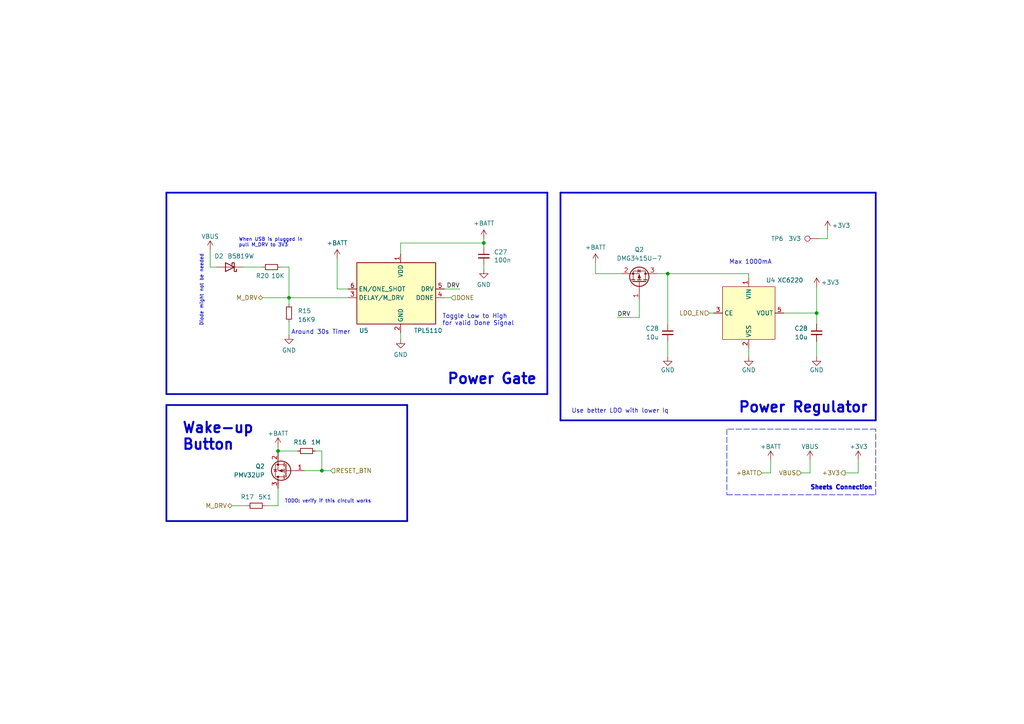
<source format=kicad_sch>
(kicad_sch (version 20230121) (generator eeschema)
  (paper "A4")
  (lib_symbols
    (symbol "Connector:TestPoint" (pin_numbers hide) (pin_names (offset 0.762) hide)
      (property "Reference" "TP" (at 0 6.858 0))
      (property "Value" "TestPoint" (at 0 5.08 0))
      (symbol "TestPoint_0_1"
        (circle (center 0 3.302) (radius 0.762))
      )
      (symbol "TestPoint_1_1"
        (pin passive line (at 0 0 90) (length 2.54) (name "1") (number "1"))
      )
    )
    (symbol "Device:C_Small" (pin_numbers hide) (pin_names (offset 0.254) hide)
      (property "Reference" "C" (at 0.254 1.778 0))
      (property "Value" "C_Small" (at 0.254 -2.032 0))
      (symbol "C_Small_0_1"
        (polyline (pts (xy -1.524 -0.508) (xy 1.524 -0.508)) (stroke (width 0.3302)))
        (polyline (pts (xy -1.524 0.508) (xy 1.524 0.508)) (stroke (width 0.3048)))
      )
      (symbol "C_Small_1_1"
        (pin passive line (at 0 2.54 270) (length 2.032) (name "~") (number "1"))
        (pin passive line (at 0 -2.54 90) (length 2.032) (name "~") (number "2"))
      )
    )
    (symbol "Device:Q_PMOS_GSD" (pin_names (offset 0) hide)
      (property "Reference" "Q" (at 5.08 1.27 0))
      (property "Value" "Q_PMOS_GSD" (at 5.08 -1.27 0))
      (symbol "Q_PMOS_GSD_0_1"
        (polyline (pts (xy 0.254 0) (xy -2.54 0)))
        (polyline (pts (xy 0.254 1.905) (xy 0.254 -1.905)) (stroke (width 0.254)))
        (polyline (pts (xy 0.762 -1.27) (xy 0.762 -2.286)) (stroke (width 0.254)))
        (polyline (pts (xy 0.762 0.508) (xy 0.762 -0.508)) (stroke (width 0.254)))
        (polyline (pts (xy 0.762 2.286) (xy 0.762 1.27)) (stroke (width 0.254)))
        (polyline (pts (xy 2.54 2.54) (xy 2.54 1.778)))
        (polyline (pts (xy 2.54 -2.54) (xy 2.54 0) (xy 0.762 0)))
        (polyline (pts (xy 0.762 1.778) (xy 3.302 1.778) (xy 3.302 -1.778) (xy 0.762 -1.778)))
        (polyline (pts (xy 2.286 0) (xy 1.27 0.381) (xy 1.27 -0.381) (xy 2.286 0)) (fill (type outline)))
        (polyline (pts (xy 2.794 -0.508) (xy 2.921 -0.381) (xy 3.683 -0.381) (xy 3.81 -0.254)))
        (polyline (pts (xy 3.302 -0.381) (xy 2.921 0.254) (xy 3.683 0.254) (xy 3.302 -0.381)))
        (circle (center 1.651 0) (radius 2.794) (stroke (width 0.254)))
        (circle (center 2.54 -1.778) (radius 0.254) (fill (type outline)))
        (circle (center 2.54 1.778) (radius 0.254) (fill (type outline)))
      )
      (symbol "Q_PMOS_GSD_1_1"
        (pin input line (at -5.08 0 0) (length 2.54) (name "G") (number "1"))
        (pin passive line (at 2.54 -5.08 90) (length 2.54) (name "S") (number "2"))
        (pin passive line (at 2.54 5.08 270) (length 2.54) (name "D") (number "3"))
      )
    )
    (symbol "Device:R_Small" (pin_numbers hide) (pin_names (offset 0.254) hide)
      (property "Reference" "R" (at 0.762 0.508 0))
      (property "Value" "R_Small" (at 0.762 -1.016 0))
      (symbol "R_Small_0_1"
        (rectangle (start -0.762 1.778) (end 0.762 -1.778) (stroke (width 0.2032)))
      )
      (symbol "R_Small_1_1"
        (pin passive line (at 0 2.54 270) (length 0.762) (name "~") (number "1"))
        (pin passive line (at 0 -2.54 90) (length 0.762) (name "~") (number "2"))
      )
    )
    (symbol "Diode:MBR0540" (pin_numbers hide) (pin_names (offset 1.016) hide)
      (property "Reference" "D" (at 0 2.54 0))
      (property "Value" "MBR0540" (at 0 -2.54 0))
      (symbol "MBR0540_0_1"
        (polyline (pts (xy 1.27 0) (xy -1.27 0)))
        (polyline (pts (xy 1.27 1.27) (xy 1.27 -1.27) (xy -1.27 0) (xy 1.27 1.27)) (stroke (width 0.254)))
        (polyline (pts (xy -1.905 0.635) (xy -1.905 1.27) (xy -1.27 1.27) (xy -1.27 -1.27) (xy -0.635 -1.27) (xy -0.635 -0.635)) (stroke (width 0.254)))
      )
      (symbol "MBR0540_1_1"
        (pin passive line (at -3.81 0 0) (length 2.54) (name "K") (number "1"))
        (pin passive line (at 3.81 0 180) (length 2.54) (name "A") (number "2"))
      )
    )
    (symbol "Teapot:XC6220"
      (property "Reference" "U" (at 7.62 1.27 0))
      (property "Value" "XC6220" (at -8.89 1.27 0))
      (symbol "XC6220_0_1"
        (rectangle (start -7.62 0) (end 7.62 -15.24) (fill (type background)))
      )
      (symbol "XC6220_1_1"
        (pin power_in line (at 0 2.54 270) (length 2.54) (name "VIN") (number "1"))
        (pin power_in line (at 0 -17.78 90) (length 2.54) (name "VSS") (number "2"))
        (pin input line (at -10.16 -7.62 0) (length 2.54) (name "CE") (number "3"))
        (pin power_out line (at 10.16 -7.62 180) (length 2.54) (name "VOUT") (number "5"))
      )
    )
    (symbol "Timer:TPL5110"
      (property "Reference" "U" (at -10.16 8.89 0))
      (property "Value" "TPL5110" (at 6.35 8.89 0))
      (symbol "TPL5110_0_1"
        (rectangle (start -12.7 7.62) (end 10.16 -10.16) (stroke (width 0.254)) (fill (type background)))
      )
      (symbol "TPL5110_1_1"
        (pin power_in line (at 0 10.16 270) (length 2.54) (name "VDD") (number "1"))
        (pin power_in line (at 0 -12.7 90) (length 2.54) (name "GND") (number "2"))
        (pin input line (at -15.24 -2.54 0) (length 2.54) (name "DELAY/M_DRV") (number "3"))
        (pin input line (at 12.7 -2.54 180) (length 2.54) (name "DONE") (number "4"))
        (pin output line (at 12.7 0 180) (length 2.54) (name "DRV") (number "5"))
        (pin input line (at -15.24 0 0) (length 2.54) (name "EN/ONE_SHOT") (number "6"))
      )
    )
    (symbol "power:+3V3" (power) (pin_names (offset 0))
      (property "Value" "+3V3" (at 0 3.556 0))
      (symbol "+3V3_0_1"
        (polyline (pts (xy -0.762 1.27) (xy 0 2.54)))
        (polyline (pts (xy 0 0) (xy 0 2.54)))
        (polyline (pts (xy 0 2.54) (xy 0.762 1.27)))
      )
      (symbol "+3V3_1_1"
        (pin power_in line (at 0 0 90) (length 0) hide (name "+3V3") (number "1"))
      )
    )
    (symbol "power:+BATT" (power) (pin_names (offset 0))
      (property "Value" "+BATT" (at 0 3.556 0))
      (symbol "+BATT_0_1"
        (polyline (pts (xy -0.762 1.27) (xy 0 2.54)))
        (polyline (pts (xy 0 0) (xy 0 2.54)))
        (polyline (pts (xy 0 2.54) (xy 0.762 1.27)))
      )
      (symbol "+BATT_1_1"
        (pin power_in line (at 0 0 90) (length 0) hide (name "+BATT") (number "1"))
      )
    )
    (symbol "power:GND" (power) (pin_names (offset 0))
      (property "Value" "GND" (at 0 -3.81 0))
      (symbol "GND_0_1"
        (polyline (pts (xy 0 0) (xy 0 -1.27) (xy 1.27 -1.27) (xy 0 -2.54) (xy -1.27 -1.27) (xy 0 -1.27)))
      )
      (symbol "GND_1_1"
        (pin power_in line (at 0 0 270) (length 0) hide (name "GND") (number "1"))
      )
    )
    (symbol "power:VBUS" (power) (pin_names (offset 0))
      (property "Value" "VBUS" (at 0 3.81 0))
      (symbol "VBUS_0_1"
        (polyline (pts (xy -0.762 1.27) (xy 0 2.54)))
        (polyline (pts (xy 0 0) (xy 0 2.54)))
        (polyline (pts (xy 0 2.54) (xy 0.762 1.27)))
      )
      (symbol "VBUS_1_1"
        (pin power_in line (at 0 0 90) (length 0) hide (name "VBUS") (number "1"))
      )
    )
  )
  (junction (at 193.675 79.375))
  (junction (at 140.335 70.485))
  (junction (at 80.645 130.81))
  (junction (at 93.345 136.525))
  (junction (at 236.855 90.805))
  (junction (at 83.82 86.36))
  (polyline (pts (xy 48.26 55.88) (xy 48.26 114.3)) (stroke (width 0.5)))
  (wire (pts (xy 236.855 90.805) (xy 236.855 93.98)))
  (wire (pts (xy 193.675 79.375) (xy 217.17 79.375)))
  (polyline (pts (xy 48.26 117.475) (xy 48.26 151.13)) (stroke (width 0.5)))
  (wire (pts (xy 116.205 70.485) (xy 116.205 73.66)))
  (wire (pts (xy 81.28 77.47) (xy 83.82 77.47)))
  (wire (pts (xy 172.72 79.375) (xy 180.34 79.375)))
  (wire (pts (xy 140.335 70.485) (xy 140.335 71.755)))
  (wire (pts (xy 88.265 136.525) (xy 93.345 136.525)))
  (wire (pts (xy 248.92 133.35) (xy 248.92 137.16)))
  (wire (pts (xy 83.82 77.47) (xy 83.82 86.36)))
  (wire (pts (xy 140.335 69.215) (xy 140.335 70.485)))
  (wire (pts (xy 80.645 146.685) (xy 80.645 141.605)))
  (wire (pts (xy 83.82 86.36) (xy 100.965 86.36)))
  (wire (pts (xy 234.95 133.35) (xy 234.95 137.16)))
  (wire (pts (xy 93.345 130.81) (xy 93.345 136.525)))
  (wire (pts (xy 248.92 137.16) (xy 245.11 137.16)))
  (wire (pts (xy 193.675 79.375) (xy 193.675 93.98)))
  (wire (pts (xy 236.855 99.06) (xy 236.855 103.505)))
  (polyline (pts (xy 162.56 55.88) (xy 162.56 121.92)) (stroke (width 0.5)))
  (polyline (pts (xy 48.26 151.13) (xy 118.11 151.13)) (stroke (width 0.5)))
  (wire (pts (xy 185.42 86.995) (xy 185.42 92.075)))
  (wire (pts (xy 240.03 69.215) (xy 240.03 66.675)))
  (wire (pts (xy 128.905 86.36) (xy 130.81 86.36)))
  (polyline (pts (xy 158.75 114.3) (xy 158.75 55.88)) (stroke (width 0.5)))
  (wire (pts (xy 62.865 77.47) (xy 60.96 77.47)))
  (wire (pts (xy 93.345 136.525) (xy 95.885 136.525)))
  (wire (pts (xy 234.95 137.16) (xy 232.41 137.16)))
  (wire (pts (xy 172.72 76.2) (xy 172.72 79.375)))
  (wire (pts (xy 97.79 74.93) (xy 97.79 83.82)))
  (wire (pts (xy 70.485 77.47) (xy 76.2 77.47)))
  (polyline (pts (xy 48.26 55.88) (xy 158.75 55.88)) (stroke (width 0.5)))
  (wire (pts (xy 190.5 79.375) (xy 193.675 79.375)))
  (wire (pts (xy 217.17 100.965) (xy 217.17 103.505)))
  (wire (pts (xy 91.44 130.81) (xy 93.345 130.81)))
  (wire (pts (xy 227.33 90.805) (xy 236.855 90.805)))
  (wire (pts (xy 179.07 92.075) (xy 185.42 92.075)))
  (wire (pts (xy 83.82 86.36) (xy 83.82 88.265)))
  (wire (pts (xy 140.335 70.485) (xy 116.205 70.485)))
  (wire (pts (xy 80.645 130.81) (xy 80.645 131.445)))
  (wire (pts (xy 236.855 83.185) (xy 236.855 90.805)))
  (wire (pts (xy 223.52 133.35) (xy 223.52 137.16)))
  (wire (pts (xy 60.96 72.39) (xy 60.96 77.47)))
  (polyline (pts (xy 162.56 55.88) (xy 254 55.88)) (stroke (width 0.5)))
  (wire (pts (xy 83.82 93.345) (xy 83.82 97.155)))
  (wire (pts (xy 80.645 130.81) (xy 86.36 130.81)))
  (wire (pts (xy 97.79 83.82) (xy 100.965 83.82)))
  (polyline (pts (xy 254 143.51) (xy 254 124.46)) (stroke (width 0) (type dash)))
  (wire (pts (xy 237.49 69.215) (xy 240.03 69.215)))
  (wire (pts (xy 116.205 96.52) (xy 116.205 98.425)))
  (wire (pts (xy 76.2 86.36) (xy 83.82 86.36)))
  (polyline (pts (xy 254 121.92) (xy 162.56 121.92)) (stroke (width 0.5)))
  (wire (pts (xy 223.52 137.16) (xy 220.98 137.16)))
  (wire (pts (xy 80.645 129.54) (xy 80.645 130.81)))
  (wire (pts (xy 140.335 76.835) (xy 140.335 78.105)))
  (polyline (pts (xy 48.26 117.475) (xy 118.11 117.475)) (stroke (width 0.5)))
  (polyline (pts (xy 118.11 151.13) (xy 118.11 117.475)) (stroke (width 0.5)))
  (polyline (pts (xy 254 124.46) (xy 210.82 124.46)) (stroke (width 0) (type dash)))
  (polyline (pts (xy 48.26 114.3) (xy 158.75 114.3)) (stroke (width 0.5)))
  (wire (pts (xy 76.835 146.685) (xy 80.645 146.685)))
  (wire (pts (xy 205.74 90.805) (xy 207.01 90.805)))
  (wire (pts (xy 217.17 79.375) (xy 217.17 80.645)))
  (polyline (pts (xy 210.82 143.51) (xy 254 143.51)) (stroke (width 0) (type dash)))
  (polyline (pts (xy 210.82 124.46) (xy 210.82 143.51)) (stroke (width 0) (type dash)))
  (wire (pts (xy 67.31 146.685) (xy 71.755 146.685)))
  (polyline (pts (xy 254 55.88) (xy 254 121.92)) (stroke (width 0.5)))
  (wire (pts (xy 193.675 99.06) (xy 193.675 103.505)))
  (wire (pts (xy 128.905 83.82) (xy 133.35 83.82)))
  (text "Use better LDO with lower Iq" (at 165.735 120.015 0) (effects (font (size 1.27 1.27)) (justify left bottom)))
  (text "When USB is plugged in\npull M_DRV to 3V3" (at 69.215 71.755 0) (effects (font (size 1 1)) (justify left bottom)))
  (text "Max 1000mA" (at 211.455 76.835 0) (effects (font (size 1.27 1.27)) (justify left bottom)))
  (text "Around 30s Timer" (at 84.455 97.155 0) (effects (font (size 1.27 1.27)) (justify left bottom)))
  (text "Wake-up\nButton" (at 52.705 130.81 0) (effects (font (size 3 3) (thickness 0.6) bold) (justify left bottom)))
  (text "Power Gate" (at 129.54 111.76 0) (effects (font (size 3 3) (thickness 0.6) bold) (justify left bottom)))
  (text "Sheets Connection" (at 234.95 142.24 0) (effects (font (size 1.27 1.27) (thickness 0.6) bold) (justify left bottom)))
  (text "Power Regulator" (at 213.995 120.015 0) (effects (font (size 3 3) (thickness 0.6) bold) (justify left bottom)))
  (text "TODO: verify if this circuit works" (at 82.55 146.05 0) (effects (font (size 1 1)) (justify left bottom)))
  (text "Diode might not be needed" (at 59.055 73.66 90) (effects (font (size 1 1)) (justify right bottom)))
  (text "Toggle Low to High \nfor valid Done Signal" (at 128.27 94.615 0) (effects (font (size 1.27 1.27)) (justify left bottom)))
  (label "DRV" (at 179.07 92.075 0))
  (label "DRV" (at 133.35 83.82 180))
  (hierarchical_label "RESET_BTN" (shape input) (at 95.885 136.525 0))
  (hierarchical_label "M_DRV" (shape bidirectional) (at 67.31 146.685 180))
  (hierarchical_label "DONE" (shape input) (at 130.81 86.36 0))
  (hierarchical_label "+3V3" (shape output) (at 245.11 137.16 180))
  (hierarchical_label "LDO_EN" (shape input) (at 205.74 90.805 180))
  (hierarchical_label "M_DRV" (shape bidirectional) (at 76.2 86.36 180))
  (hierarchical_label "+BATT" (shape input) (at 220.98 137.16 180))
  (hierarchical_label "VBUS" (shape input) (at 232.41 137.16 180))
  (symbol (lib_id "power:GND") (at 193.675 103.505 0) (unit 1)
    (property "Reference" "#PWR045" (effects hide))
    (property "Value" "GND" (at 193.675 107.315 0))
    (instances (project "plantpal" (path "" (reference "#PWR045") (unit 1)) (path "" (reference "#PWR069") (unit 1))) (project "bwlr1e" (path "" (reference "#PWR0117") (unit 1))))
  )
  (symbol (lib_id "power:+BATT") (at 223.52 133.35 0) (unit 1)
    (property "Reference" "#PWR070" (effects hide))
    (property "Value" "+BATT" (at 223.52 129.54 0))
    (instances (project "plantpal" (path "" (reference "#PWR070") (unit 1)) (path "" (reference "#PWR019") (unit 1)) (path "" (reference "#PWR060") (unit 1))) (project "bwlr1e-prog" (path "" (reference "#PWR018") (unit 1))) (project "feather_rak3172" (path "" (reference "#PWR0131") (unit 1))))
  )
  (symbol (lib_id "power:+3V3") (at 240.03 66.675 0) (mirror y) (unit 1)
    (property "Reference" "#PWR049" (effects hide))
    (property "Value" "+3V3" (at 241.3 65.405 0) (effects (justify right)))
    (instances (project "plantpal" (path "" (reference "#PWR049") (unit 1)) (path "" (reference "#PWR073") (unit 1))) (project "bwlr1e" (path "" (reference "#PWR0134") (unit 1))))
  )
  (symbol (lib_id "power:VBUS") (at 234.95 133.35 0) (unit 1)
    (property "Reference" "#PWR073" (effects hide))
    (property "Value" "VBUS" (at 234.95 129.54 0))
    (instances (project "plantpal" (path "" (reference "#PWR073") (unit 1)) (path "" (reference "#PWR061") (unit 1))) (project "bwlr1e-prog" (path "" (reference "#PWR014") (unit 1))) (project "Penguino-STM32WL-LoRa-E5" (path "" (reference "#PWR0105") (unit 1))))
  )
  (symbol (lib_id "Device:R_Small") (at 83.82 90.805 0) (unit 1)
    (property "Reference" "R15" (at 86.36 90.17 0) (effects (justify left)))
    (property "Value" "16K9" (at 86.36 92.71 0) (effects (justify left)))
    (property "Footprint" "Resistor_SMD:R_0402_1005Metric" (effects hide))
    (property "Datasheet" "https://datasheet.lcsc.com/lcsc/2304140030_YAGEO-RC0402FR-0716K9L_C163488.pdf" (effects hide))
    (property "Part Description" "Resistor 62.5mW ±1% 16.9kΩ" (effects hide))
    (property "Manufacturer" "YAGEO" (effects hide))
    (property "Manufacturer Part Number" "RC0402FR-0716K9L" (effects hide))
    (property "Distributor" "LCSC" (effects hide))
    (property "Distributor Part Number" "C163488" (effects hide))
    (property "Distributor Link" "https://www.lcsc.com/product-detail/Chip-span-style-background-color-ff0-Resistor-span-Surface-Mount_YAGEO-RC0402FR-0716K9L_C163488.html" (effects hide))
    (instances (project "plantpal" (path "" (reference "R15") (unit 1)) (path "" (reference "R15") (unit 1))) (project "cwlr1a" (path "" (reference "R10") (unit 1))))
  )
  (symbol (lib_id "Device:R_Small") (at 78.74 77.47 90) (mirror x) (unit 1)
    (property "Reference" "R20" (at 78.105 80.01 90) (effects (justify left)))
    (property "Value" "10K" (at 82.55 80.01 90) (effects (justify left)))
    (property "Footprint" "Resistor_SMD:R_0402_1005Metric" (effects hide))
    (property "Datasheet" "https://datasheet.lcsc.com/lcsc/2206010100_UNI-ROYAL-Uniroyal-Elec-0402WGF1002TCE_C25744.pdf" (effects hide))
    (property "Part Description" "Resistor 62.5mW ±1% 10kΩ" (effects hide))
    (property "Manufacturer" "UNI-ROYAL(Uniroyal Elec)" (effects hide))
    (property "Manufacturer Part Number" "0402WGF1002TCE" (effects hide))
    (property "Distributor" "LCSC" (effects hide))
    (property "Distributor Part Number" "C25744" (effects hide))
    (property "Distributor Link" "https://www.lcsc.com/product-detail/Chip-span-style-background-color-ff0-Resistor-span-Surface-Mount_UNI-ROYAL-Uniroyal-Elec-0402WGF1002TCE_C25744.html" (effects hide))
    (instances (project "plantpal" (path "" (reference "R20") (unit 1)) (path "" (reference "R14") (unit 1))) (project "cwlr1a" (path "" (reference "R10") (unit 1))))
  )
  (symbol (lib_id "Device:Q_PMOS_GSD") (at 83.185 136.525 180) (unit 1)
    (property "Reference" "Q2" (at 76.835 135.2549 0) (effects (justify left)))
    (property "Value" "PMV32UP" (at 76.835 137.7949 0) (effects (justify left)))
    (property "Footprint" "Package_TO_SOT_SMD:SOT-23" (effects hide))
    (property "Datasheet" "https://datasheet.lcsc.com/lcsc/2201211500_TECH-PUBLIC-PMV32UP_C2959851.pdf" (effects hide))
    (property "Part Description" "MOSFET P Channel 20V 4A 52mΩ@4.5V" (effects hide))
    (property "Manufacturer" "TECH PUBLIC" (effects hide))
    (property "Manufacturer Part Number" "PMV32UP" (effects hide))
    (property "Distributor" "LCSC" (effects hide))
    (property "Distributor Part Number" "C2959851" (effects hide))
    (property "Distributor Link" "https://www.lcsc.com/product-detail/MOSFETs_TECH-PUBLIC-PMV32UP_C2959851.html" (effects hide))
    (instances (project "plantpal" (path "" (reference "Q2") (unit 1)) (path "" (reference "Q4") (unit 1)) (path "" (reference "Q8") (unit 1))) (project "bwlr3d" (path "" (reference "Q3") (unit 1))))
  )
  (symbol (lib_id "Device:Q_PMOS_GSD") (at 185.42 81.915 270) (mirror x) (unit 1)
    (property "Reference" "Q2" (at 185.42 72.39 90))
    (property "Value" "DMG3415U-7" (at 185.42 74.93 90))
    (property "Footprint" "Package_TO_SOT_SMD:SOT-23" (effects hide))
    (property "Datasheet" "https://datasheet.lcsc.com/lcsc/1809191942_Diodes-Incorporated-DMG3415U-7_C96616.pdf" (effects hide))
    (property "Part Description" "MOSFET P Channel 20V 4A 39mΩ@4.5V 4A 900mW" (effects hide))
    (property "Manufacturer" "Diodes Incorporated" (effects hide))
    (property "Manufacturer Part Number" "DMG3415U-7" (effects hide))
    (property "Distributor" "LCSC" (effects hide))
    (property "Distributor Part Number" "C96616" (effects hide))
    (property "Distributor Link" "https://www.lcsc.com/product-detail/MOSFETs_Diodes-Incorporated-DMG3415U-7_C96616.html" (effects hide))
  )
  (symbol (lib_id "power:GND") (at 236.855 103.505 0) (unit 1)
    (property "Reference" "#PWR048" (effects hide))
    (property "Value" "GND" (at 236.855 107.315 0))
    (instances (project "plantpal" (path "" (reference "#PWR048") (unit 1)) (path "" (reference "#PWR072") (unit 1))) (project "bwlr1e" (path "" (reference "#PWR0133") (unit 1))))
  )
  (symbol (lib_id "Device:C_Small") (at 193.675 96.52 0) (mirror y) (unit 1)
    (property "Reference" "C28" (at 191.135 95.2562 0) (effects (justify left)))
    (property "Value" "10u" (at 191.135 97.7962 0) (effects (justify left)))
    (property "Footprint" "Capacitor_SMD:C_0603_1608Metric" (effects hide))
    (property "Datasheet" "https://datasheet.lcsc.com/lcsc/2304140030_Samsung-Electro-Mechanics-CL10A106KP8NNNC_C19702.pdf" (effects hide))
    (property "Part Description" "Ceramic Capacitor 10V 10uF X5R ±10% 0603" (effects hide))
    (property "Manufacturer" "Samsung Electro-Mechanics" (effects hide))
    (property "Manufacturer Part Number" "CL10A106KP8NNNC" (effects hide))
    (property "Distributor" "LCSC" (effects hide))
    (property "Distributor Part Number" "C19702" (effects hide))
    (property "Distributor Link" "https://www.lcsc.com/product-detail/Multilayer-Ceramic-Capacitors-MLCC-SMD-SMT_Samsung-Electro-Mechanics-CL10A106KP8NNNC_C19702.html" (effects hide))
    (instances (project "plantpal" (path "" (reference "C28") (unit 1)) (path "" (reference "C19") (unit 1)) (path "" (reference "C25") (unit 1))) (project "bwlr1e-prog" (path "" (reference "C3") (unit 1))) (project "feather_rak3172" (path "" (reference "C6") (unit 1))))
  )
  (symbol (lib_id "power:GND") (at 140.335 78.105 0) (unit 1)
    (property "Reference" "#PWR050" (effects hide))
    (property "Value" "GND" (at 140.335 82.55 0))
    (instances (project "plantpal" (path "" (reference "#PWR050") (unit 1)) (path "" (reference "#PWR067") (unit 1))) (project "cwlr1a" (path "" (reference "#PWR041") (unit 1))))
  )
  (symbol (lib_id "Connector:TestPoint") (at 237.49 69.215 90) (unit 1)
    (property "Reference" "TP6" (at 225.425 69.215 90))
    (property "Value" "3V3" (at 230.505 69.215 90))
    (property "Footprint" "TestPoint:TestPoint_Pad_D1.0mm" (effects hide))
    (instances (project "plantpal" (path "" (reference "TP6") (unit 1)) (path "" (reference "TP5") (unit 1))) (project "bwlr1e" (path "" (reference "TP8") (unit 1))))
  )
  (symbol (lib_id "power:VBUS") (at 60.96 72.39 0) (unit 1)
    (property "Reference" "#PWR073" (effects hide))
    (property "Value" "VBUS" (at 60.96 68.58 0))
    (instances (project "plantpal" (path "" (reference "#PWR073") (unit 1)) (path "" (reference "#PWR059") (unit 1))) (project "bwlr1e-prog" (path "" (reference "#PWR014") (unit 1))) (project "Penguino-STM32WL-LoRa-E5" (path "" (reference "#PWR0105") (unit 1))))
  )
  (symbol (lib_id "power:GND") (at 217.17 103.505 0) (unit 1)
    (property "Reference" "#PWR046" (effects hide))
    (property "Value" "GND" (at 217.17 107.315 0))
    (instances (project "plantpal" (path "" (reference "#PWR046") (unit 1)) (path "" (reference "#PWR070") (unit 1))) (project "bwlr1e" (path "" (reference "#PWR0132") (unit 1))))
  )
  (symbol (lib_id "power:+BATT") (at 172.72 76.2 0) (unit 1)
    (property "Reference" "#PWR070" (effects hide))
    (property "Value" "+BATT" (at 172.72 71.755 0))
    (instances (project "plantpal" (path "" (reference "#PWR070") (unit 1)) (path "" (reference "#PWR019") (unit 1)) (path "" (reference "#PWR068") (unit 1))) (project "bwlr1e-prog" (path "" (reference "#PWR018") (unit 1))) (project "feather_rak3172" (path "" (reference "#PWR0131") (unit 1))))
  )
  (symbol (lib_id "Diode:MBR0540") (at 66.675 77.47 180) (unit 1)
    (property "Reference" "D2" (at 63.5 74.295 0))
    (property "Value" "B5819W" (at 69.85 74.295 0))
    (property "Footprint" "Diode_SMD:D_SOD-123" (effects hide))
    (property "Datasheet" "https://datasheet.lcsc.com/lcsc/1810251911_Shikues-B5819W_C109213.pdf" (effects hide))
    (property "Part Description" "SBD 0.05mA@40V 0.58V@1A" (effects hide))
    (property "Manufacturer" "Shikues" (effects hide))
    (property "Manufacturer Part Number" "B5819W" (effects hide))
    (property "Distributor" "LCSC" (effects hide))
    (property "Distributor Part Number" "C109213" (effects hide))
    (property "Distributor Link" "https://www.lcsc.com/product-detail/Schottky-Barrier-Diodes-SBD_Shikues-B5819W_C109213.html" (effects hide))
    (instances (project "plantpal" (path "" (reference "D2") (unit 1)) (path "" (reference "D2") (unit 1))) (project "feather_rak3172" (path "" (reference "D3") (unit 1))))
  )
  (symbol (lib_id "power:+BATT") (at 140.335 69.215 0) (unit 1)
    (property "Reference" "#PWR070" (effects hide))
    (property "Value" "+BATT" (at 140.335 64.77 0))
    (instances (project "plantpal" (path "" (reference "#PWR070") (unit 1)) (path "" (reference "#PWR019") (unit 1)) (path "" (reference "#PWR066") (unit 1))) (project "bwlr1e-prog" (path "" (reference "#PWR018") (unit 1))) (project "feather_rak3172" (path "" (reference "#PWR0131") (unit 1))))
  )
  (symbol (lib_id "power:+BATT") (at 80.645 129.54 0) (unit 1)
    (property "Reference" "#PWR070" (effects hide))
    (property "Value" "+BATT" (at 80.645 125.73 0))
    (instances (project "plantpal" (path "" (reference "#PWR070") (unit 1)) (path "" (reference "#PWR019") (unit 1)) (path "" (reference "#PWR0103") (unit 1))) (project "bwlr1e-prog" (path "" (reference "#PWR018") (unit 1))) (project "feather_rak3172" (path "" (reference "#PWR0131") (unit 1))))
  )
  (symbol (lib_id "power:GND") (at 116.205 98.425 0) (unit 1)
    (property "Reference" "#PWR050" (effects hide))
    (property "Value" "GND" (at 116.205 102.87 0))
    (instances (project "plantpal" (path "" (reference "#PWR050") (unit 1)) (path "" (reference "#PWR065") (unit 1))) (project "cwlr1a" (path "" (reference "#PWR041") (unit 1))))
  )
  (symbol (lib_id "power:+3V3") (at 248.92 133.35 0) (mirror y) (unit 1)
    (property "Reference" "#PWR049" (effects hide))
    (property "Value" "+3V3" (at 246.38 129.54 0) (effects (justify right)))
    (instances (project "plantpal" (path "" (reference "#PWR049") (unit 1)) (path "" (reference "#PWR063") (unit 1))) (project "bwlr1e" (path "" (reference "#PWR0134") (unit 1))))
  )
  (symbol (lib_id "power:+3V3") (at 236.855 83.185 0) (mirror y) (unit 1)
    (property "Reference" "#PWR047" (effects hide))
    (property "Value" "+3V3" (at 238.125 81.915 0) (effects (justify right)))
    (instances (project "plantpal" (path "" (reference "#PWR047") (unit 1)) (path "" (reference "#PWR071") (unit 1))) (project "bwlr1e" (path "" (reference "#PWR0115") (unit 1))))
  )
  (symbol (lib_id "power:+BATT") (at 97.79 74.93 0) (unit 1)
    (property "Reference" "#PWR070" (effects hide))
    (property "Value" "+BATT" (at 97.79 70.485 0))
    (instances (project "plantpal" (path "" (reference "#PWR070") (unit 1)) (path "" (reference "#PWR019") (unit 1)) (path "" (reference "#PWR064") (unit 1))) (project "bwlr1e-prog" (path "" (reference "#PWR018") (unit 1))) (project "feather_rak3172" (path "" (reference "#PWR0131") (unit 1))))
  )
  (symbol (lib_id "Device:R_Small") (at 88.9 130.81 270) (unit 1)
    (property "Reference" "R16" (at 85.09 128.27 90) (effects (justify left)))
    (property "Value" "1M" (at 90.17 128.27 90) (effects (justify left)))
    (property "Footprint" "Resistor_SMD:R_0402_1005Metric" (effects hide))
    (property "Datasheet" "https://datasheet.lcsc.com/lcsc/2206010030_UNI-ROYAL-Uniroyal-Elec-0402WGF1004TCE_C26083.pdf" (effects hide))
    (property "Part Description" "Resistor 62.5mW ±1% 1MΩ" (effects hide))
    (property "Manufacturer" "UNI-ROYAL(Uniroyal Elec)" (effects hide))
    (property "Manufacturer Part Number" "0402WGF1004TCE" (effects hide))
    (property "Distributor" "LCSC" (effects hide))
    (property "Distributor Part Number" "C26083" (effects hide))
    (property "Distributor Link" "https://www.lcsc.com/product-detail/Chip-Resistor-Surface-Mount_UNI-ROYAL-Uniroyal-Elec-0402WGF1004TCE_C26083.html" (effects hide))
    (instances (project "plantpal" (path "" (reference "R16") (unit 1)) (path "" (reference "R5") (unit 1)) (path "" (reference "R22") (unit 1)) (path "" (reference "R28") (unit 1))) (project "bwlr1e" (path "" (reference "R8") (unit 1))))
  )
  (symbol (lib_id "power:GND") (at 83.82 97.155 0) (unit 1)
    (property "Reference" "#PWR044" (effects hide))
    (property "Value" "GND" (at 83.82 101.6 0))
    (instances (project "plantpal" (path "" (reference "#PWR044") (unit 1)) (path "" (reference "#PWR062") (unit 1))) (project "cwlr1a" (path "" (reference "#PWR032") (unit 1))))
  )
  (symbol (lib_id "Timer:TPL5110") (at 116.205 83.82 0) (unit 1)
    (property "Reference" "U5" (at 104.14 95.885 0) (effects (justify left)))
    (property "Value" "TPL5110" (at 120.015 95.885 0) (effects (justify left)))
    (property "Footprint" "Package_TO_SOT_SMD:SOT-23-6" (effects hide))
    (property "Datasheet" "http://www.ti.com/lit/ds/symlink/tpl5110.pdf" (effects hide))
    (property "Part Description" " Ultra Low Power System Timer" (effects hide))
    (property "Manufacturer" "Texas Instruments" (effects hide))
    (property "Manufacturer Part Number" "TPL5110QDDCTQ1" (effects hide))
    (property "Distributor" "LCSC" (effects hide))
    (property "Distributor Part Number" "C2651376" (effects hide))
    (property "Distributor Link" "https://www.lcsc.com/product-detail/Timers-Clock-Oscillators_Texas-Instruments-TPL5110QDDCTQ1_C2651376.html" (effects hide))
  )
  (symbol (lib_id "Device:C_Small") (at 140.335 74.295 0) (unit 1)
    (property "Reference" "C27" (at 143.256 73.1266 0) (effects (justify left)))
    (property "Value" "100n" (at 143.256 75.438 0) (effects (justify left)))
    (property "Footprint" "Capacitor_SMD:C_0402_1005Metric" (effects hide))
    (property "Datasheet" "https://datasheet.lcsc.com/lcsc/2304140030_Samsung-Electro-Mechanics-CL05B104KO5NNNC_C1525.pdf" (effects hide))
    (property "Part Description" "Ceramic Capacitor 16V 100nF X7R ±10%" (effects hide))
    (property "Manufacturer" "Samsung Electro-Mechanics" (effects hide))
    (property "Manufacturer Part Number" "CL05B104KO5NNNC" (effects hide))
    (property "Distributor" "LCSC" (effects hide))
    (property "Distributor Part Number" "C1525" (effects hide))
    (property "Distributor Link" "https://www.lcsc.com/product-detail/Multilayer-Ceramic-Capacitors-MLCC-SMD-SMT_Samsung-Electro-Mechanics-CL05B104KO5NNNC_C1525.html" (effects hide))
    (instances (project "plantpal" (path "" (reference "C27") (unit 1)) (path "" (reference "C19") (unit 1)) (path "" (reference "C14") (unit 1)) (path "" (reference "C24") (unit 1))) (project "bwlr1e-prog" (path "" (reference "C5") (unit 1))) (project "Penguino-STM32WL-LoRa-E5" (path "" (reference "C4") (unit 1))))
  )
  (symbol (lib_id "Teapot:XC6220") (at 217.17 83.185 0) (unit 1)
    (property "Reference" "U4" (at 223.52 81.28 0))
    (property "Value" "XC6220" (at 229.235 81.28 0))
    (property "Footprint" "Package_TO_SOT_SMD:SOT-23-5" (effects hide))
    (property "Datasheet" "https://www.mouser.com/datasheet/2/760/TOSL_S_A0009829727_1-2575077.pdf" (effects hide))
    (property "Part Description" "LDO Voltage Regulators 1A" (effects hide))
    (property "Manufacturer" "Torex Semiconductor" (effects hide))
    (property "Manufacturer Part Number" "XC6220B331MR-G" (effects hide))
    (property "Distributor" "Mouser" (effects hide))
    (property "Distributor Part Number" "865-XC6220B331MR-G" (effects hide))
    (property "Distributor Link" "https://www.mouser.com/ProductDetail/Torex-Semiconductor/XC6220B331MR-G?qs=AsjdqWjXhJ8lRh0WBUyqoQ%3D%3D" (effects hide))
    (instances (project "plantpal" (path "" (reference "U4") (unit 1)) (path "" (reference "U6") (unit 1))) (project "bwlr1e" (path "" (reference "U4") (unit 1))))
  )
  (symbol (lib_id "Device:C_Small") (at 236.855 96.52 0) (mirror y) (unit 1)
    (property "Reference" "C28" (at 234.315 95.2562 0) (effects (justify left)))
    (property "Value" "10u" (at 234.315 97.7962 0) (effects (justify left)))
    (property "Footprint" "Capacitor_SMD:C_0603_1608Metric" (effects hide))
    (property "Datasheet" "https://datasheet.lcsc.com/lcsc/2304140030_Samsung-Electro-Mechanics-CL10A106KP8NNNC_C19702.pdf" (effects hide))
    (property "Part Description" "Ceramic Capacitor 10V 10uF X5R ±10% 0603" (effects hide))
    (property "Manufacturer" "Samsung Electro-Mechanics" (effects hide))
    (property "Manufacturer Part Number" "CL10A106KP8NNNC" (effects hide))
    (property "Distributor" "LCSC" (effects hide))
    (property "Distributor Part Number" "C19702" (effects hide))
    (property "Distributor Link" "https://www.lcsc.com/product-detail/Multilayer-Ceramic-Capacitors-MLCC-SMD-SMT_Samsung-Electro-Mechanics-CL10A106KP8NNNC_C19702.html" (effects hide))
    (instances (project "plantpal" (path "" (reference "C28") (unit 1)) (path "" (reference "C19") (unit 1)) (path "" (reference "C26") (unit 1))) (project "bwlr1e-prog" (path "" (reference "C3") (unit 1))) (project "feather_rak3172" (path "" (reference "C6") (unit 1))))
  )
  (symbol (lib_id "Device:R_Small") (at 74.295 146.685 90) (unit 1)
    (property "Reference" "R17" (at 71.755 144.145 90))
    (property "Value" "5K1" (at 76.835 144.145 90))
    (property "Footprint" "Resistor_SMD:R_0402_1005Metric" (effects hide))
    (property "Datasheet" "https://datasheet.lcsc.com/lcsc/2206010045_UNI-ROYAL-Uniroyal-Elec-0402WGF5101TCE_C25905.pdf" (effects hide))
    (property "Part Description" "Resistor 62.5mW ±1% 5.1kΩ" (effects hide))
    (property "Manufacturer" "UNI-ROYAL(Uniroyal Elec)" (effects hide))
    (property "Manufacturer Part Number" "0402WGF5101TCE" (effects hide))
    (property "Distributor" "LCSC" (effects hide))
    (property "Distributor Part Number" "C25905" (effects hide))
    (property "Distributor Link" "https://www.lcsc.com/product-detail/Chip-Resistor-Surface-Mount_UNI-ROYAL-Uniroyal-Elec-0402WGF5101TCE_C25905.html" (effects hide))
    (instances (project "plantpal" (path "" (reference "R17") (unit 1)) (path "" (reference "R10") (unit 1)) (path "" (reference "R27") (unit 1))) (project "bwlr1e-prog" (path "" (reference "R5") (unit 1))) (project "feather_rak3172" (path "" (reference "R3") (unit 1))))
  )
)
</source>
